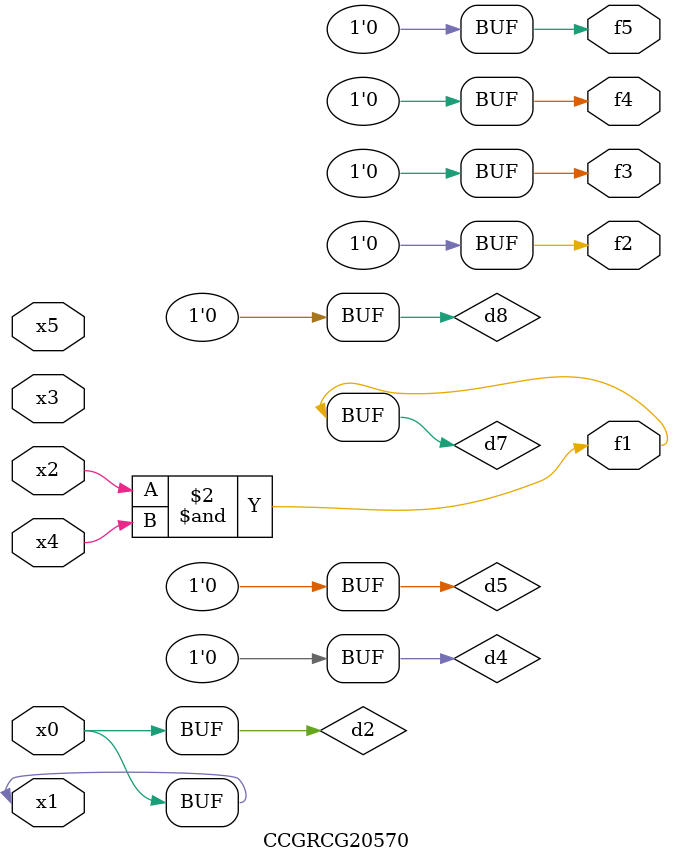
<source format=v>
module CCGRCG20570(
	input x0, x1, x2, x3, x4, x5,
	output f1, f2, f3, f4, f5
);

	wire d1, d2, d3, d4, d5, d6, d7, d8, d9;

	nand (d1, x1);
	buf (d2, x0, x1);
	nand (d3, x2, x4);
	and (d4, d1, d2);
	and (d5, d1, d2);
	nand (d6, d1, d3);
	not (d7, d3);
	xor (d8, d5);
	nor (d9, d5, d6);
	assign f1 = d7;
	assign f2 = d8;
	assign f3 = d8;
	assign f4 = d8;
	assign f5 = d8;
endmodule

</source>
